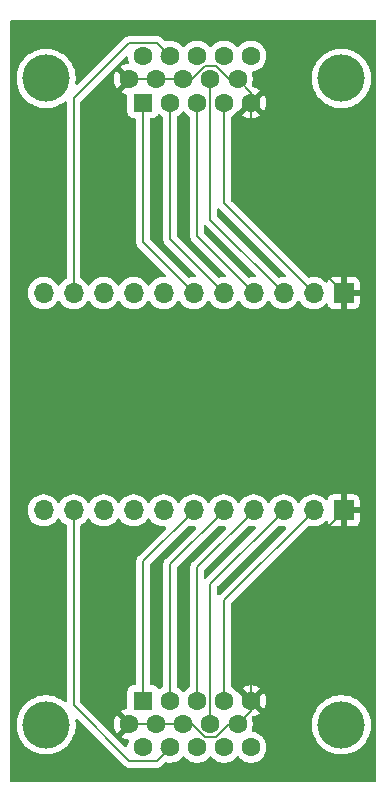
<source format=gbr>
%TF.GenerationSoftware,KiCad,Pcbnew,9.0.1*%
%TF.CreationDate,2025-07-26T11:45:23+03:00*%
%TF.ProjectId,VGA_Debug_Board,5647415f-4465-4627-9567-5f426f617264,rev?*%
%TF.SameCoordinates,Original*%
%TF.FileFunction,Copper,L1,Top*%
%TF.FilePolarity,Positive*%
%FSLAX46Y46*%
G04 Gerber Fmt 4.6, Leading zero omitted, Abs format (unit mm)*
G04 Created by KiCad (PCBNEW 9.0.1) date 2025-07-26 11:45:23*
%MOMM*%
%LPD*%
G01*
G04 APERTURE LIST*
%TA.AperFunction,ComponentPad*%
%ADD10R,1.700000X1.700000*%
%TD*%
%TA.AperFunction,ComponentPad*%
%ADD11O,1.700000X1.700000*%
%TD*%
%TA.AperFunction,ComponentPad*%
%ADD12C,4.000000*%
%TD*%
%TA.AperFunction,ComponentPad*%
%ADD13R,1.600000X1.600000*%
%TD*%
%TA.AperFunction,ComponentPad*%
%ADD14C,1.600000*%
%TD*%
%TA.AperFunction,Conductor*%
%ADD15C,0.150000*%
%TD*%
G04 APERTURE END LIST*
D10*
%TO.P,J2,1,Pin_1*%
%TO.N,GND*%
X163240000Y-82093113D03*
D11*
%TO.P,J2,2,Pin_2*%
%TO.N,Net-(J2-Pin_2)*%
X160700000Y-82093113D03*
%TO.P,J2,3,Pin_3*%
%TO.N,Net-(J2-Pin_3)*%
X158160000Y-82093113D03*
%TO.P,J2,4,Pin_4*%
%TO.N,Net-(J2-Pin_4)*%
X155620000Y-82093113D03*
%TO.P,J2,5,Pin_5*%
%TO.N,Net-(J2-Pin_5)*%
X153080000Y-82093113D03*
%TO.P,J2,6,Pin_6*%
%TO.N,Net-(J2-Pin_6)*%
X150540000Y-82093113D03*
%TO.P,J2,7,Pin_7*%
%TO.N,Net-(J2-Pin_7)*%
X148000000Y-82093113D03*
%TO.P,J2,8,Pin_8*%
%TO.N,Net-(J2-Pin_8)*%
X145460000Y-82093113D03*
%TO.P,J2,9,Pin_9*%
%TO.N,Net-(J2-Pin_9)*%
X142920000Y-82093113D03*
%TO.P,J2,10,Pin_10*%
%TO.N,Net-(J2-Pin_10)*%
X140380000Y-82093113D03*
%TO.P,J2,11,Pin_11*%
%TO.N,Net-(J2-Pin_11)*%
X137840000Y-82093113D03*
%TD*%
D12*
%TO.P,J1,0*%
%TO.N,N/C*%
X163055000Y-63930000D03*
X138055000Y-63930000D03*
D13*
%TO.P,J1,1*%
%TO.N,Net-(J2-Pin_6)*%
X146240000Y-65980000D03*
D14*
%TO.P,J1,2*%
%TO.N,Net-(J2-Pin_5)*%
X148530000Y-65980000D03*
%TO.P,J1,3*%
%TO.N,Net-(J2-Pin_4)*%
X150820000Y-65980000D03*
%TO.P,J1,4*%
%TO.N,Net-(J2-Pin_2)*%
X153110000Y-65980000D03*
%TO.P,J1,5*%
%TO.N,GND*%
X155400000Y-65980000D03*
%TO.P,J1,6*%
X145095000Y-64000000D03*
%TO.P,J1,7*%
X147385000Y-64000000D03*
%TO.P,J1,8*%
X149675000Y-64000000D03*
%TO.P,J1,9*%
%TO.N,Net-(J2-Pin_3)*%
X151965000Y-64000000D03*
%TO.P,J1,10*%
%TO.N,GND*%
X154255000Y-64000000D03*
%TO.P,J1,11*%
%TO.N,Net-(J2-Pin_11)*%
X146240000Y-62020000D03*
%TO.P,J1,12*%
%TO.N,Net-(J2-Pin_10)*%
X148530000Y-62020000D03*
%TO.P,J1,13*%
%TO.N,Net-(J2-Pin_9)*%
X150820000Y-62020000D03*
%TO.P,J1,14*%
%TO.N,Net-(J2-Pin_8)*%
X153110000Y-62020000D03*
%TO.P,J1,15*%
%TO.N,Net-(J2-Pin_7)*%
X155400000Y-62020000D03*
%TD*%
D10*
%TO.P,J3,1,Pin_1*%
%TO.N,GND*%
X163240000Y-100500000D03*
D11*
%TO.P,J3,2,Pin_2*%
%TO.N,Net-(J3-Pin_2)*%
X160700000Y-100500000D03*
%TO.P,J3,3,Pin_3*%
%TO.N,Net-(J3-Pin_3)*%
X158160000Y-100500000D03*
%TO.P,J3,4,Pin_4*%
%TO.N,Net-(J3-Pin_4)*%
X155620000Y-100500000D03*
%TO.P,J3,5,Pin_5*%
%TO.N,Net-(J3-Pin_5)*%
X153080000Y-100500000D03*
%TO.P,J3,6,Pin_6*%
%TO.N,Net-(J3-Pin_6)*%
X150540000Y-100500000D03*
%TO.P,J3,7,Pin_7*%
%TO.N,Net-(J3-Pin_7)*%
X148000000Y-100500000D03*
%TO.P,J3,8,Pin_8*%
%TO.N,Net-(J3-Pin_8)*%
X145460000Y-100500000D03*
%TO.P,J3,9,Pin_9*%
%TO.N,Net-(J3-Pin_9)*%
X142920000Y-100500000D03*
%TO.P,J3,10,Pin_10*%
%TO.N,Net-(J3-Pin_10)*%
X140380000Y-100500000D03*
%TO.P,J3,11,Pin_11*%
%TO.N,Net-(J3-Pin_11)*%
X137840000Y-100500000D03*
%TD*%
D12*
%TO.P,J4,0*%
%TO.N,N/C*%
X138055000Y-118663113D03*
X163055000Y-118663113D03*
D13*
%TO.P,J4,1*%
%TO.N,Net-(J3-Pin_6)*%
X146240000Y-116613113D03*
D14*
%TO.P,J4,2*%
%TO.N,Net-(J3-Pin_5)*%
X148530000Y-116613113D03*
%TO.P,J4,3*%
%TO.N,Net-(J3-Pin_4)*%
X150820000Y-116613113D03*
%TO.P,J4,4*%
%TO.N,Net-(J3-Pin_2)*%
X153110000Y-116613113D03*
%TO.P,J4,5*%
%TO.N,GND*%
X155400000Y-116613113D03*
%TO.P,J4,6*%
X145095000Y-118593113D03*
%TO.P,J4,7*%
X147385000Y-118593113D03*
%TO.P,J4,8*%
X149675000Y-118593113D03*
%TO.P,J4,9*%
%TO.N,Net-(J3-Pin_3)*%
X151965000Y-118593113D03*
%TO.P,J4,10*%
%TO.N,GND*%
X154255000Y-118593113D03*
%TO.P,J4,11*%
%TO.N,Net-(J3-Pin_11)*%
X146240000Y-120573113D03*
%TO.P,J4,12*%
%TO.N,Net-(J3-Pin_10)*%
X148530000Y-120573113D03*
%TO.P,J4,13*%
%TO.N,Net-(J3-Pin_9)*%
X150820000Y-120573113D03*
%TO.P,J4,14*%
%TO.N,Net-(J3-Pin_8)*%
X153110000Y-120573113D03*
%TO.P,J4,15*%
%TO.N,Net-(J3-Pin_7)*%
X155400000Y-120573113D03*
%TD*%
D15*
%TO.N,Net-(J2-Pin_3)*%
X151965000Y-75898113D02*
X158160000Y-82093113D01*
X151965000Y-64000000D02*
X151965000Y-75898113D01*
%TO.N,GND*%
X152421050Y-62899000D02*
X153522050Y-64000000D01*
X155400000Y-117475000D02*
X155400000Y-116640000D01*
X151508950Y-62899000D02*
X152421050Y-62899000D01*
X155400000Y-108366887D02*
X163240000Y-100526887D01*
X154255000Y-64000000D02*
X155400000Y-65145000D01*
X149675000Y-64000000D02*
X150407950Y-64000000D01*
X147385000Y-118593113D02*
X145095000Y-118593113D01*
X147385000Y-64000000D02*
X149675000Y-64000000D01*
X155400000Y-116640000D02*
X155400000Y-108366887D01*
X150407950Y-118620000D02*
X151508950Y-119721000D01*
X151508950Y-119721000D02*
X152421050Y-119721000D01*
X147385000Y-64000000D02*
X145095000Y-64000000D01*
X155400000Y-65145000D02*
X155400000Y-65980000D01*
X155400000Y-65980000D02*
X155400000Y-74253113D01*
X155400000Y-74253113D02*
X163240000Y-82093113D01*
X149675000Y-118620000D02*
X150407950Y-118620000D01*
X150407950Y-64000000D02*
X151508950Y-62899000D01*
X153522050Y-64000000D02*
X154255000Y-64000000D01*
X154255000Y-118620000D02*
X155400000Y-117475000D01*
X147385000Y-118620000D02*
X149675000Y-118620000D01*
X153522050Y-118620000D02*
X154255000Y-118620000D01*
X152421050Y-119721000D02*
X153522050Y-118620000D01*
%TO.N,Net-(J2-Pin_10)*%
X140380000Y-65620000D02*
X140380000Y-67000000D01*
X148530000Y-62020000D02*
X147797050Y-62020000D01*
X140380000Y-67000000D02*
X140380000Y-82093113D01*
X140380000Y-66620000D02*
X140380000Y-67000000D01*
X145081000Y-60919000D02*
X140380000Y-65620000D01*
X147429000Y-60919000D02*
X145081000Y-60919000D01*
X148530000Y-62020000D02*
X147429000Y-60919000D01*
%TO.N,Net-(J2-Pin_6)*%
X146240000Y-65980000D02*
X146240000Y-77793113D01*
X146240000Y-77793113D02*
X150540000Y-82093113D01*
%TO.N,Net-(J2-Pin_5)*%
X148530000Y-65980000D02*
X148530000Y-77543113D01*
X148530000Y-77543113D02*
X153080000Y-82093113D01*
%TO.N,Net-(J2-Pin_2)*%
X153110000Y-74503113D02*
X160700000Y-82093113D01*
X153110000Y-65980000D02*
X153110000Y-74503113D01*
%TO.N,Net-(J2-Pin_4)*%
X150820000Y-65980000D02*
X150820000Y-77293113D01*
X150820000Y-77293113D02*
X155620000Y-82093113D01*
%TO.N,Net-(J3-Pin_10)*%
X140380000Y-115620000D02*
X140380000Y-100526887D01*
X140380000Y-116000000D02*
X140380000Y-115620000D01*
X148530000Y-120600000D02*
X147797050Y-120600000D01*
X147429000Y-121701000D02*
X145081000Y-121701000D01*
X140380000Y-117000000D02*
X140380000Y-115620000D01*
X148530000Y-120600000D02*
X147429000Y-121701000D01*
X145081000Y-121701000D02*
X140380000Y-117000000D01*
%TO.N,Net-(J3-Pin_5)*%
X148530000Y-105076887D02*
X153080000Y-100526887D01*
X148530000Y-116640000D02*
X148530000Y-105076887D01*
%TO.N,Net-(J3-Pin_3)*%
X151965000Y-118620000D02*
X151965000Y-106721887D01*
X151965000Y-106721887D02*
X158160000Y-100526887D01*
%TO.N,Net-(J3-Pin_6)*%
X146240000Y-104826887D02*
X150540000Y-100526887D01*
X146240000Y-116640000D02*
X146240000Y-104826887D01*
%TO.N,Net-(J3-Pin_2)*%
X153110000Y-116640000D02*
X153110000Y-108116887D01*
X153110000Y-108116887D02*
X160700000Y-100526887D01*
%TO.N,Net-(J3-Pin_4)*%
X150820000Y-116640000D02*
X150820000Y-105326887D01*
X150820000Y-105326887D02*
X155620000Y-100526887D01*
%TD*%
%TA.AperFunction,Conductor*%
%TO.N,GND*%
G36*
X146801444Y-101153999D02*
G01*
X146840486Y-101199056D01*
X146844951Y-101207820D01*
X146969890Y-101379786D01*
X147120213Y-101530109D01*
X147292179Y-101655048D01*
X147292181Y-101655049D01*
X147292184Y-101655051D01*
X147481588Y-101751557D01*
X147683757Y-101817246D01*
X147893713Y-101850500D01*
X147893714Y-101850500D01*
X148103144Y-101850500D01*
X148170183Y-101870185D01*
X148215938Y-101922989D01*
X148225882Y-101992147D01*
X148196857Y-102055703D01*
X148190825Y-102062181D01*
X145886635Y-104366372D01*
X145779487Y-104473519D01*
X145779485Y-104473522D01*
X145703719Y-104604750D01*
X145664500Y-104751121D01*
X145664500Y-115188613D01*
X145644815Y-115255652D01*
X145592011Y-115301407D01*
X145540501Y-115312613D01*
X145392130Y-115312613D01*
X145392123Y-115312614D01*
X145332516Y-115319021D01*
X145197671Y-115369315D01*
X145197664Y-115369319D01*
X145082455Y-115455565D01*
X145082452Y-115455568D01*
X144996206Y-115570777D01*
X144996202Y-115570784D01*
X144945908Y-115705630D01*
X144939501Y-115765229D01*
X144939500Y-115765248D01*
X144939500Y-117195630D01*
X144919815Y-117262669D01*
X144867011Y-117308424D01*
X144834900Y-117318103D01*
X144790584Y-117325122D01*
X144595970Y-117388357D01*
X144413644Y-117481256D01*
X144369077Y-117513636D01*
X144369077Y-117513637D01*
X144965590Y-118110150D01*
X144902007Y-118127188D01*
X144787993Y-118193014D01*
X144694901Y-118286106D01*
X144629075Y-118400120D01*
X144612037Y-118463703D01*
X144015524Y-117867190D01*
X144015523Y-117867190D01*
X143983143Y-117911757D01*
X143890244Y-118094081D01*
X143827009Y-118288695D01*
X143795000Y-118490795D01*
X143795000Y-118695430D01*
X143827009Y-118897530D01*
X143890244Y-119092144D01*
X143983141Y-119274463D01*
X143983147Y-119274472D01*
X144015523Y-119319034D01*
X144015524Y-119319035D01*
X144612037Y-118722522D01*
X144629075Y-118786106D01*
X144694901Y-118900120D01*
X144787993Y-118993212D01*
X144902007Y-119059038D01*
X144965589Y-119076075D01*
X144369076Y-119672587D01*
X144413650Y-119704972D01*
X144595968Y-119797868D01*
X144790582Y-119861103D01*
X144948300Y-119886083D01*
X145011435Y-119916012D01*
X145048366Y-119975324D01*
X145047368Y-120045186D01*
X145039388Y-120064848D01*
X145034783Y-120073886D01*
X144971522Y-120268578D01*
X144939989Y-120467672D01*
X144910060Y-120530807D01*
X144850748Y-120567738D01*
X144780885Y-120566740D01*
X144729835Y-120535955D01*
X140991819Y-116797939D01*
X140958334Y-116736616D01*
X140955500Y-116710258D01*
X140955500Y-101798456D01*
X140975185Y-101731417D01*
X141023205Y-101687971D01*
X141087816Y-101655051D01*
X141174478Y-101592088D01*
X141259786Y-101530109D01*
X141259788Y-101530106D01*
X141259792Y-101530104D01*
X141410104Y-101379792D01*
X141410106Y-101379788D01*
X141410109Y-101379786D01*
X141535048Y-101207820D01*
X141535047Y-101207820D01*
X141535051Y-101207816D01*
X141539514Y-101199054D01*
X141587488Y-101148259D01*
X141655308Y-101131463D01*
X141721444Y-101153999D01*
X141760486Y-101199056D01*
X141764951Y-101207820D01*
X141889890Y-101379786D01*
X142040213Y-101530109D01*
X142212179Y-101655048D01*
X142212181Y-101655049D01*
X142212184Y-101655051D01*
X142401588Y-101751557D01*
X142603757Y-101817246D01*
X142813713Y-101850500D01*
X142813714Y-101850500D01*
X143026286Y-101850500D01*
X143026287Y-101850500D01*
X143236243Y-101817246D01*
X143438412Y-101751557D01*
X143627816Y-101655051D01*
X143714478Y-101592088D01*
X143799786Y-101530109D01*
X143799788Y-101530106D01*
X143799792Y-101530104D01*
X143950104Y-101379792D01*
X143950106Y-101379788D01*
X143950109Y-101379786D01*
X144075048Y-101207820D01*
X144075047Y-101207820D01*
X144075051Y-101207816D01*
X144079514Y-101199054D01*
X144127488Y-101148259D01*
X144195308Y-101131463D01*
X144261444Y-101153999D01*
X144300486Y-101199056D01*
X144304951Y-101207820D01*
X144429890Y-101379786D01*
X144580213Y-101530109D01*
X144752179Y-101655048D01*
X144752181Y-101655049D01*
X144752184Y-101655051D01*
X144941588Y-101751557D01*
X145143757Y-101817246D01*
X145353713Y-101850500D01*
X145353714Y-101850500D01*
X145566286Y-101850500D01*
X145566287Y-101850500D01*
X145776243Y-101817246D01*
X145978412Y-101751557D01*
X146167816Y-101655051D01*
X146254478Y-101592088D01*
X146339786Y-101530109D01*
X146339788Y-101530106D01*
X146339792Y-101530104D01*
X146490104Y-101379792D01*
X146490106Y-101379788D01*
X146490109Y-101379786D01*
X146615048Y-101207820D01*
X146615047Y-101207820D01*
X146615051Y-101207816D01*
X146619514Y-101199054D01*
X146667488Y-101148259D01*
X146735308Y-101131463D01*
X146801444Y-101153999D01*
G37*
%TD.AperFunction*%
%TA.AperFunction,Conductor*%
G36*
X144864526Y-62051866D02*
G01*
X144920459Y-62093738D01*
X144943665Y-62148650D01*
X144971522Y-62324534D01*
X145034781Y-62519223D01*
X145039387Y-62528261D01*
X145052283Y-62596930D01*
X145026007Y-62661671D01*
X144968900Y-62701928D01*
X144948301Y-62707029D01*
X144790581Y-62732010D01*
X144595968Y-62795244D01*
X144413644Y-62888143D01*
X144369077Y-62920523D01*
X144369077Y-62920524D01*
X144965590Y-63517037D01*
X144902007Y-63534075D01*
X144787993Y-63599901D01*
X144694901Y-63692993D01*
X144629075Y-63807007D01*
X144612037Y-63870590D01*
X144015524Y-63274077D01*
X144015523Y-63274077D01*
X143983143Y-63318644D01*
X143890244Y-63500968D01*
X143827009Y-63695582D01*
X143795000Y-63897682D01*
X143795000Y-64102317D01*
X143827009Y-64304417D01*
X143890244Y-64499031D01*
X143983141Y-64681350D01*
X143983147Y-64681359D01*
X144015523Y-64725921D01*
X144015524Y-64725922D01*
X144612037Y-64129409D01*
X144629075Y-64192993D01*
X144694901Y-64307007D01*
X144787993Y-64400099D01*
X144902007Y-64465925D01*
X144965589Y-64482962D01*
X144369076Y-65079474D01*
X144413650Y-65111859D01*
X144595968Y-65204755D01*
X144790576Y-65267988D01*
X144834896Y-65275007D01*
X144898031Y-65304936D01*
X144934963Y-65364247D01*
X144939500Y-65397481D01*
X144939500Y-66827870D01*
X144939501Y-66827876D01*
X144945908Y-66887483D01*
X144996202Y-67022328D01*
X144996206Y-67022335D01*
X145082452Y-67137544D01*
X145082455Y-67137547D01*
X145197664Y-67223793D01*
X145197671Y-67223797D01*
X145242618Y-67240561D01*
X145332517Y-67274091D01*
X145392127Y-67280500D01*
X145540500Y-67280499D01*
X145607539Y-67300183D01*
X145653294Y-67352987D01*
X145664500Y-67404499D01*
X145664500Y-77868878D01*
X145703719Y-78015249D01*
X145741602Y-78080863D01*
X145779485Y-78146478D01*
X145779487Y-78146480D01*
X148163939Y-80530932D01*
X148197424Y-80592255D01*
X148192440Y-80661947D01*
X148150568Y-80717880D01*
X148085104Y-80742297D01*
X148076258Y-80742613D01*
X147893713Y-80742613D01*
X147845042Y-80750321D01*
X147683760Y-80775866D01*
X147481585Y-80841557D01*
X147292179Y-80938064D01*
X147120213Y-81063003D01*
X146969890Y-81213326D01*
X146844949Y-81385295D01*
X146840484Y-81394059D01*
X146792509Y-81444855D01*
X146724688Y-81461649D01*
X146658553Y-81439111D01*
X146619516Y-81394059D01*
X146615050Y-81385295D01*
X146490109Y-81213326D01*
X146339786Y-81063003D01*
X146167820Y-80938064D01*
X145978414Y-80841557D01*
X145978413Y-80841556D01*
X145978412Y-80841556D01*
X145776243Y-80775867D01*
X145776241Y-80775866D01*
X145776240Y-80775866D01*
X145614957Y-80750321D01*
X145566287Y-80742613D01*
X145353713Y-80742613D01*
X145305042Y-80750321D01*
X145143760Y-80775866D01*
X144941585Y-80841557D01*
X144752179Y-80938064D01*
X144580213Y-81063003D01*
X144429890Y-81213326D01*
X144304949Y-81385295D01*
X144300484Y-81394059D01*
X144252509Y-81444855D01*
X144184688Y-81461649D01*
X144118553Y-81439111D01*
X144079516Y-81394059D01*
X144075050Y-81385295D01*
X143950109Y-81213326D01*
X143799786Y-81063003D01*
X143627820Y-80938064D01*
X143438414Y-80841557D01*
X143438413Y-80841556D01*
X143438412Y-80841556D01*
X143236243Y-80775867D01*
X143236241Y-80775866D01*
X143236240Y-80775866D01*
X143074957Y-80750321D01*
X143026287Y-80742613D01*
X142813713Y-80742613D01*
X142765042Y-80750321D01*
X142603760Y-80775866D01*
X142401585Y-80841557D01*
X142212179Y-80938064D01*
X142040213Y-81063003D01*
X141889890Y-81213326D01*
X141764949Y-81385295D01*
X141760484Y-81394059D01*
X141712509Y-81444855D01*
X141644688Y-81461649D01*
X141578553Y-81439111D01*
X141539516Y-81394059D01*
X141535050Y-81385295D01*
X141410109Y-81213326D01*
X141259786Y-81063003D01*
X141087817Y-80938062D01*
X141023204Y-80905139D01*
X140972408Y-80857164D01*
X140955500Y-80794655D01*
X140955500Y-65909741D01*
X140975185Y-65842702D01*
X140991814Y-65822065D01*
X144733513Y-62080365D01*
X144794834Y-62046882D01*
X144864526Y-62051866D01*
G37*
%TD.AperFunction*%
%TA.AperFunction,Conductor*%
G36*
X165942539Y-59020185D02*
G01*
X165988294Y-59072989D01*
X165999500Y-59124500D01*
X165999500Y-123375500D01*
X165979815Y-123442539D01*
X165927011Y-123488294D01*
X165875500Y-123499500D01*
X135124500Y-123499500D01*
X135057461Y-123479815D01*
X135011706Y-123427011D01*
X135000500Y-123375500D01*
X135000500Y-118522681D01*
X135554500Y-118522681D01*
X135554500Y-118803544D01*
X135585942Y-119082607D01*
X135585945Y-119082625D01*
X135648439Y-119356430D01*
X135648443Y-119356442D01*
X135741200Y-119621524D01*
X135863053Y-119874555D01*
X135863055Y-119874558D01*
X136012477Y-120112361D01*
X136187584Y-120331938D01*
X136386175Y-120530529D01*
X136605752Y-120705636D01*
X136843555Y-120855058D01*
X137096592Y-120976914D01*
X137295680Y-121046578D01*
X137361670Y-121069669D01*
X137361682Y-121069673D01*
X137635491Y-121132168D01*
X137635497Y-121132168D01*
X137635505Y-121132170D01*
X137821547Y-121153131D01*
X137914569Y-121163612D01*
X137914572Y-121163613D01*
X137914575Y-121163613D01*
X138195428Y-121163613D01*
X138195429Y-121163612D01*
X138338055Y-121147542D01*
X138474494Y-121132170D01*
X138474499Y-121132169D01*
X138474509Y-121132168D01*
X138748318Y-121069673D01*
X139013408Y-120976914D01*
X139266445Y-120855058D01*
X139504248Y-120705636D01*
X139723825Y-120530529D01*
X139922416Y-120331938D01*
X140097523Y-120112361D01*
X140246945Y-119874558D01*
X140368801Y-119621521D01*
X140461560Y-119356431D01*
X140524055Y-119082622D01*
X140526713Y-119059038D01*
X140544618Y-118900120D01*
X140555500Y-118803538D01*
X140555500Y-118522688D01*
X140529136Y-118288695D01*
X140527458Y-118273804D01*
X140539512Y-118204982D01*
X140586862Y-118153602D01*
X140654472Y-118135978D01*
X140720878Y-118157705D01*
X140738359Y-118172239D01*
X144727635Y-122161515D01*
X144858865Y-122237281D01*
X145005234Y-122276500D01*
X145005236Y-122276500D01*
X147504764Y-122276500D01*
X147504766Y-122276500D01*
X147651135Y-122237281D01*
X147782365Y-122161515D01*
X148078768Y-121865110D01*
X148140088Y-121831628D01*
X148204762Y-121834862D01*
X148225466Y-121841590D01*
X148427648Y-121873613D01*
X148427649Y-121873613D01*
X148632351Y-121873613D01*
X148632352Y-121873613D01*
X148834534Y-121841590D01*
X149029219Y-121778333D01*
X149211610Y-121685400D01*
X149304590Y-121617845D01*
X149377213Y-121565084D01*
X149377215Y-121565081D01*
X149377219Y-121565079D01*
X149521966Y-121420332D01*
X149574681Y-121347774D01*
X149630011Y-121305109D01*
X149699624Y-121299130D01*
X149761420Y-121331735D01*
X149775319Y-121347775D01*
X149828034Y-121420332D01*
X149972786Y-121565084D01*
X150127749Y-121677669D01*
X150138390Y-121685400D01*
X150254607Y-121744616D01*
X150320776Y-121778331D01*
X150320778Y-121778331D01*
X150320781Y-121778333D01*
X150422495Y-121811382D01*
X150515465Y-121841590D01*
X150616557Y-121857601D01*
X150717648Y-121873613D01*
X150717649Y-121873613D01*
X150922351Y-121873613D01*
X150922352Y-121873613D01*
X151124534Y-121841590D01*
X151319219Y-121778333D01*
X151501610Y-121685400D01*
X151594590Y-121617845D01*
X151667213Y-121565084D01*
X151667215Y-121565081D01*
X151667219Y-121565079D01*
X151811966Y-121420332D01*
X151864681Y-121347774D01*
X151920011Y-121305109D01*
X151989624Y-121299130D01*
X152051420Y-121331735D01*
X152065319Y-121347775D01*
X152118034Y-121420332D01*
X152262786Y-121565084D01*
X152417749Y-121677669D01*
X152428390Y-121685400D01*
X152544607Y-121744616D01*
X152610776Y-121778331D01*
X152610778Y-121778331D01*
X152610781Y-121778333D01*
X152712495Y-121811382D01*
X152805465Y-121841590D01*
X152906557Y-121857601D01*
X153007648Y-121873613D01*
X153007649Y-121873613D01*
X153212351Y-121873613D01*
X153212352Y-121873613D01*
X153414534Y-121841590D01*
X153609219Y-121778333D01*
X153791610Y-121685400D01*
X153884590Y-121617845D01*
X153957213Y-121565084D01*
X153957215Y-121565081D01*
X153957219Y-121565079D01*
X154101966Y-121420332D01*
X154154681Y-121347774D01*
X154210011Y-121305109D01*
X154279624Y-121299130D01*
X154341420Y-121331735D01*
X154355319Y-121347775D01*
X154408034Y-121420332D01*
X154552786Y-121565084D01*
X154707749Y-121677669D01*
X154718390Y-121685400D01*
X154834607Y-121744616D01*
X154900776Y-121778331D01*
X154900778Y-121778331D01*
X154900781Y-121778333D01*
X155002495Y-121811382D01*
X155095465Y-121841590D01*
X155196557Y-121857601D01*
X155297648Y-121873613D01*
X155297649Y-121873613D01*
X155502351Y-121873613D01*
X155502352Y-121873613D01*
X155704534Y-121841590D01*
X155899219Y-121778333D01*
X156081610Y-121685400D01*
X156174590Y-121617845D01*
X156247213Y-121565084D01*
X156247215Y-121565081D01*
X156247219Y-121565079D01*
X156391966Y-121420332D01*
X156391968Y-121420328D01*
X156391971Y-121420326D01*
X156456335Y-121331735D01*
X156512287Y-121254723D01*
X156605220Y-121072332D01*
X156668477Y-120877647D01*
X156700500Y-120675465D01*
X156700500Y-120470761D01*
X156668477Y-120268579D01*
X156605220Y-120073894D01*
X156605218Y-120073891D01*
X156605218Y-120073889D01*
X156554996Y-119975324D01*
X156512287Y-119891503D01*
X156444258Y-119797868D01*
X156391971Y-119725899D01*
X156247213Y-119581141D01*
X156081613Y-119460828D01*
X156081612Y-119460827D01*
X156081610Y-119460826D01*
X156024653Y-119431804D01*
X155899223Y-119367894D01*
X155704535Y-119304636D01*
X155546418Y-119279592D01*
X155483284Y-119249662D01*
X155446353Y-119190351D01*
X155447351Y-119120488D01*
X155455334Y-119100821D01*
X155459754Y-119092145D01*
X155522990Y-118897530D01*
X155555000Y-118695430D01*
X155555000Y-118522681D01*
X160554500Y-118522681D01*
X160554500Y-118803544D01*
X160585942Y-119082607D01*
X160585945Y-119082625D01*
X160648439Y-119356430D01*
X160648443Y-119356442D01*
X160741200Y-119621524D01*
X160863053Y-119874555D01*
X160863055Y-119874558D01*
X161012477Y-120112361D01*
X161187584Y-120331938D01*
X161386175Y-120530529D01*
X161605752Y-120705636D01*
X161843555Y-120855058D01*
X162096592Y-120976914D01*
X162295680Y-121046578D01*
X162361670Y-121069669D01*
X162361682Y-121069673D01*
X162635491Y-121132168D01*
X162635497Y-121132168D01*
X162635505Y-121132170D01*
X162821547Y-121153131D01*
X162914569Y-121163612D01*
X162914572Y-121163613D01*
X162914575Y-121163613D01*
X163195428Y-121163613D01*
X163195429Y-121163612D01*
X163338055Y-121147542D01*
X163474494Y-121132170D01*
X163474499Y-121132169D01*
X163474509Y-121132168D01*
X163748318Y-121069673D01*
X164013408Y-120976914D01*
X164266445Y-120855058D01*
X164504248Y-120705636D01*
X164723825Y-120530529D01*
X164922416Y-120331938D01*
X165097523Y-120112361D01*
X165246945Y-119874558D01*
X165368801Y-119621521D01*
X165461560Y-119356431D01*
X165524055Y-119082622D01*
X165526713Y-119059038D01*
X165544618Y-118900120D01*
X165555500Y-118803538D01*
X165555500Y-118522688D01*
X165555499Y-118522683D01*
X165555499Y-118522681D01*
X165551906Y-118490795D01*
X165529136Y-118288695D01*
X165524057Y-118243618D01*
X165524054Y-118243600D01*
X165461560Y-117969795D01*
X165461556Y-117969783D01*
X165376042Y-117725400D01*
X165368801Y-117704705D01*
X165246945Y-117451668D01*
X165097523Y-117213865D01*
X164922416Y-116994288D01*
X164723825Y-116795697D01*
X164504248Y-116620590D01*
X164266445Y-116471168D01*
X164266442Y-116471166D01*
X164013411Y-116349313D01*
X163748329Y-116256556D01*
X163748317Y-116256552D01*
X163474512Y-116194058D01*
X163474494Y-116194055D01*
X163195431Y-116162613D01*
X163195425Y-116162613D01*
X162914575Y-116162613D01*
X162914568Y-116162613D01*
X162635505Y-116194055D01*
X162635487Y-116194058D01*
X162361682Y-116256552D01*
X162361670Y-116256556D01*
X162096588Y-116349313D01*
X161843557Y-116471166D01*
X161605753Y-116620589D01*
X161386175Y-116795696D01*
X161187583Y-116994288D01*
X161012476Y-117213866D01*
X160863053Y-117451670D01*
X160741200Y-117704701D01*
X160648443Y-117969783D01*
X160648439Y-117969795D01*
X160585945Y-118243600D01*
X160585942Y-118243618D01*
X160554500Y-118522681D01*
X155555000Y-118522681D01*
X155555000Y-118490795D01*
X155522990Y-118288695D01*
X155459754Y-118094080D01*
X155455095Y-118084936D01*
X155442197Y-118016267D01*
X155468471Y-117951526D01*
X155525577Y-117911267D01*
X155546180Y-117906165D01*
X155704417Y-117881102D01*
X155899031Y-117817868D01*
X156081349Y-117724972D01*
X156125921Y-117692587D01*
X155529408Y-117096075D01*
X155592993Y-117079038D01*
X155707007Y-117013212D01*
X155800099Y-116920120D01*
X155865925Y-116806106D01*
X155882962Y-116742522D01*
X156479474Y-117339034D01*
X156511859Y-117294462D01*
X156604755Y-117112144D01*
X156667990Y-116917530D01*
X156700000Y-116715430D01*
X156700000Y-116510795D01*
X156667990Y-116308695D01*
X156604755Y-116114081D01*
X156511859Y-115931763D01*
X156479474Y-115887190D01*
X156479474Y-115887189D01*
X155882962Y-116483702D01*
X155865925Y-116420120D01*
X155800099Y-116306106D01*
X155707007Y-116213014D01*
X155592993Y-116147188D01*
X155529408Y-116130150D01*
X156125922Y-115533637D01*
X156125921Y-115533636D01*
X156081359Y-115501260D01*
X156081350Y-115501254D01*
X155899031Y-115408357D01*
X155704417Y-115345122D01*
X155502317Y-115313113D01*
X155297683Y-115313113D01*
X155095582Y-115345122D01*
X154900968Y-115408357D01*
X154718644Y-115501256D01*
X154674077Y-115533636D01*
X154674077Y-115533637D01*
X155270591Y-116130150D01*
X155207007Y-116147188D01*
X155092993Y-116213014D01*
X154999901Y-116306106D01*
X154934075Y-116420120D01*
X154917037Y-116483704D01*
X154320524Y-115887190D01*
X154266377Y-115891452D01*
X154261903Y-115890512D01*
X154257527Y-115891831D01*
X154228029Y-115883396D01*
X154198000Y-115877088D01*
X154193516Y-115873527D01*
X154190350Y-115872622D01*
X154179140Y-115862110D01*
X154163513Y-115849699D01*
X154159710Y-115845372D01*
X154101966Y-115765894D01*
X153957219Y-115621147D01*
X153957218Y-115621146D01*
X153957213Y-115621141D01*
X153791613Y-115500827D01*
X153753203Y-115481256D01*
X153702408Y-115433281D01*
X153685500Y-115370772D01*
X153685500Y-108406628D01*
X153705185Y-108339589D01*
X153721814Y-108318952D01*
X160209086Y-101831679D01*
X160270407Y-101798196D01*
X160335083Y-101801430D01*
X160355210Y-101807970D01*
X160383756Y-101817246D01*
X160428843Y-101824387D01*
X160593713Y-101850500D01*
X160593714Y-101850500D01*
X160806286Y-101850500D01*
X160806287Y-101850500D01*
X161016243Y-101817246D01*
X161218412Y-101751557D01*
X161407816Y-101655051D01*
X161494478Y-101592088D01*
X161579784Y-101530110D01*
X161579784Y-101530109D01*
X161579792Y-101530104D01*
X161693717Y-101416178D01*
X161755036Y-101382696D01*
X161824728Y-101387680D01*
X161880662Y-101429551D01*
X161897577Y-101460528D01*
X161946646Y-101592088D01*
X161946649Y-101592093D01*
X162032809Y-101707187D01*
X162032812Y-101707190D01*
X162147906Y-101793350D01*
X162147913Y-101793354D01*
X162282620Y-101843596D01*
X162282627Y-101843598D01*
X162342155Y-101849999D01*
X162342172Y-101850000D01*
X162990000Y-101850000D01*
X162990000Y-100933012D01*
X163047007Y-100965925D01*
X163174174Y-101000000D01*
X163305826Y-101000000D01*
X163432993Y-100965925D01*
X163490000Y-100933012D01*
X163490000Y-101850000D01*
X164137828Y-101850000D01*
X164137844Y-101849999D01*
X164197372Y-101843598D01*
X164197379Y-101843596D01*
X164332086Y-101793354D01*
X164332093Y-101793350D01*
X164447187Y-101707190D01*
X164447190Y-101707187D01*
X164533350Y-101592093D01*
X164533354Y-101592086D01*
X164583596Y-101457379D01*
X164583598Y-101457372D01*
X164589999Y-101397844D01*
X164590000Y-101397827D01*
X164590000Y-100750000D01*
X163673012Y-100750000D01*
X163705925Y-100692993D01*
X163740000Y-100565826D01*
X163740000Y-100434174D01*
X163705925Y-100307007D01*
X163673012Y-100250000D01*
X164590000Y-100250000D01*
X164590000Y-99602172D01*
X164589999Y-99602155D01*
X164583598Y-99542627D01*
X164583596Y-99542620D01*
X164533354Y-99407913D01*
X164533350Y-99407906D01*
X164447190Y-99292812D01*
X164447187Y-99292809D01*
X164332093Y-99206649D01*
X164332086Y-99206645D01*
X164197379Y-99156403D01*
X164197372Y-99156401D01*
X164137844Y-99150000D01*
X163490000Y-99150000D01*
X163490000Y-100066988D01*
X163432993Y-100034075D01*
X163305826Y-100000000D01*
X163174174Y-100000000D01*
X163047007Y-100034075D01*
X162990000Y-100066988D01*
X162990000Y-99150000D01*
X162342155Y-99150000D01*
X162282627Y-99156401D01*
X162282620Y-99156403D01*
X162147913Y-99206645D01*
X162147906Y-99206649D01*
X162032812Y-99292809D01*
X162032809Y-99292812D01*
X161946649Y-99407906D01*
X161946646Y-99407912D01*
X161897577Y-99539471D01*
X161855705Y-99595404D01*
X161790241Y-99619821D01*
X161721968Y-99604969D01*
X161693714Y-99583818D01*
X161579786Y-99469890D01*
X161407820Y-99344951D01*
X161218414Y-99248444D01*
X161218413Y-99248443D01*
X161218412Y-99248443D01*
X161016243Y-99182754D01*
X161016241Y-99182753D01*
X161016240Y-99182753D01*
X160854957Y-99157208D01*
X160806287Y-99149500D01*
X160593713Y-99149500D01*
X160545042Y-99157208D01*
X160383760Y-99182753D01*
X160181585Y-99248444D01*
X159992179Y-99344951D01*
X159820213Y-99469890D01*
X159669890Y-99620213D01*
X159544949Y-99792182D01*
X159540484Y-99800946D01*
X159492509Y-99851742D01*
X159424688Y-99868536D01*
X159358553Y-99845998D01*
X159319516Y-99800946D01*
X159315050Y-99792182D01*
X159190109Y-99620213D01*
X159039786Y-99469890D01*
X158867820Y-99344951D01*
X158678414Y-99248444D01*
X158678413Y-99248443D01*
X158678412Y-99248443D01*
X158476243Y-99182754D01*
X158476241Y-99182753D01*
X158476240Y-99182753D01*
X158314957Y-99157208D01*
X158266287Y-99149500D01*
X158053713Y-99149500D01*
X158005042Y-99157208D01*
X157843760Y-99182753D01*
X157641585Y-99248444D01*
X157452179Y-99344951D01*
X157280213Y-99469890D01*
X157129890Y-99620213D01*
X157004949Y-99792182D01*
X157000484Y-99800946D01*
X156952509Y-99851742D01*
X156884688Y-99868536D01*
X156818553Y-99845998D01*
X156779516Y-99800946D01*
X156775050Y-99792182D01*
X156650109Y-99620213D01*
X156499786Y-99469890D01*
X156327820Y-99344951D01*
X156138414Y-99248444D01*
X156138413Y-99248443D01*
X156138412Y-99248443D01*
X155936243Y-99182754D01*
X155936241Y-99182753D01*
X155936240Y-99182753D01*
X155774957Y-99157208D01*
X155726287Y-99149500D01*
X155513713Y-99149500D01*
X155465042Y-99157208D01*
X155303760Y-99182753D01*
X155101585Y-99248444D01*
X154912179Y-99344951D01*
X154740213Y-99469890D01*
X154589890Y-99620213D01*
X154464949Y-99792182D01*
X154460484Y-99800946D01*
X154412509Y-99851742D01*
X154344688Y-99868536D01*
X154278553Y-99845998D01*
X154239516Y-99800946D01*
X154235050Y-99792182D01*
X154110109Y-99620213D01*
X153959786Y-99469890D01*
X153787820Y-99344951D01*
X153598414Y-99248444D01*
X153598413Y-99248443D01*
X153598412Y-99248443D01*
X153396243Y-99182754D01*
X153396241Y-99182753D01*
X153396240Y-99182753D01*
X153234957Y-99157208D01*
X153186287Y-99149500D01*
X152973713Y-99149500D01*
X152925042Y-99157208D01*
X152763760Y-99182753D01*
X152561585Y-99248444D01*
X152372179Y-99344951D01*
X152200213Y-99469890D01*
X152049890Y-99620213D01*
X151924949Y-99792182D01*
X151920484Y-99800946D01*
X151872509Y-99851742D01*
X151804688Y-99868536D01*
X151738553Y-99845998D01*
X151699516Y-99800946D01*
X151695050Y-99792182D01*
X151570109Y-99620213D01*
X151419786Y-99469890D01*
X151247820Y-99344951D01*
X151058414Y-99248444D01*
X151058413Y-99248443D01*
X151058412Y-99248443D01*
X150856243Y-99182754D01*
X150856241Y-99182753D01*
X150856240Y-99182753D01*
X150694957Y-99157208D01*
X150646287Y-99149500D01*
X150433713Y-99149500D01*
X150385042Y-99157208D01*
X150223760Y-99182753D01*
X150021585Y-99248444D01*
X149832179Y-99344951D01*
X149660213Y-99469890D01*
X149509890Y-99620213D01*
X149384949Y-99792182D01*
X149380484Y-99800946D01*
X149332509Y-99851742D01*
X149264688Y-99868536D01*
X149198553Y-99845998D01*
X149159516Y-99800946D01*
X149155050Y-99792182D01*
X149030109Y-99620213D01*
X148879786Y-99469890D01*
X148707820Y-99344951D01*
X148518414Y-99248444D01*
X148518413Y-99248443D01*
X148518412Y-99248443D01*
X148316243Y-99182754D01*
X148316241Y-99182753D01*
X148316240Y-99182753D01*
X148154957Y-99157208D01*
X148106287Y-99149500D01*
X147893713Y-99149500D01*
X147845042Y-99157208D01*
X147683760Y-99182753D01*
X147481585Y-99248444D01*
X147292179Y-99344951D01*
X147120213Y-99469890D01*
X146969890Y-99620213D01*
X146844949Y-99792182D01*
X146840484Y-99800946D01*
X146792509Y-99851742D01*
X146724688Y-99868536D01*
X146658553Y-99845998D01*
X146619516Y-99800946D01*
X146615050Y-99792182D01*
X146490109Y-99620213D01*
X146339786Y-99469890D01*
X146167820Y-99344951D01*
X145978414Y-99248444D01*
X145978413Y-99248443D01*
X145978412Y-99248443D01*
X145776243Y-99182754D01*
X145776241Y-99182753D01*
X145776240Y-99182753D01*
X145614957Y-99157208D01*
X145566287Y-99149500D01*
X145353713Y-99149500D01*
X145305042Y-99157208D01*
X145143760Y-99182753D01*
X144941585Y-99248444D01*
X144752179Y-99344951D01*
X144580213Y-99469890D01*
X144429890Y-99620213D01*
X144304949Y-99792182D01*
X144300484Y-99800946D01*
X144252509Y-99851742D01*
X144184688Y-99868536D01*
X144118553Y-99845998D01*
X144079516Y-99800946D01*
X144075050Y-99792182D01*
X143950109Y-99620213D01*
X143799786Y-99469890D01*
X143627820Y-99344951D01*
X143438414Y-99248444D01*
X143438413Y-99248443D01*
X143438412Y-99248443D01*
X143236243Y-99182754D01*
X143236241Y-99182753D01*
X143236240Y-99182753D01*
X143074957Y-99157208D01*
X143026287Y-99149500D01*
X142813713Y-99149500D01*
X142765042Y-99157208D01*
X142603760Y-99182753D01*
X142401585Y-99248444D01*
X142212179Y-99344951D01*
X142040213Y-99469890D01*
X141889890Y-99620213D01*
X141764949Y-99792182D01*
X141760484Y-99800946D01*
X141712509Y-99851742D01*
X141644688Y-99868536D01*
X141578553Y-99845998D01*
X141539516Y-99800946D01*
X141535050Y-99792182D01*
X141410109Y-99620213D01*
X141259786Y-99469890D01*
X141087820Y-99344951D01*
X140898414Y-99248444D01*
X140898413Y-99248443D01*
X140898412Y-99248443D01*
X140696243Y-99182754D01*
X140696241Y-99182753D01*
X140696240Y-99182753D01*
X140534957Y-99157208D01*
X140486287Y-99149500D01*
X140273713Y-99149500D01*
X140225042Y-99157208D01*
X140063760Y-99182753D01*
X139861585Y-99248444D01*
X139672179Y-99344951D01*
X139500213Y-99469890D01*
X139349890Y-99620213D01*
X139224949Y-99792182D01*
X139220484Y-99800946D01*
X139172509Y-99851742D01*
X139104688Y-99868536D01*
X139038553Y-99845998D01*
X138999516Y-99800946D01*
X138995050Y-99792182D01*
X138870109Y-99620213D01*
X138719786Y-99469890D01*
X138547820Y-99344951D01*
X138358414Y-99248444D01*
X138358413Y-99248443D01*
X138358412Y-99248443D01*
X138156243Y-99182754D01*
X138156241Y-99182753D01*
X138156240Y-99182753D01*
X137994957Y-99157208D01*
X137946287Y-99149500D01*
X137733713Y-99149500D01*
X137685042Y-99157208D01*
X137523760Y-99182753D01*
X137321585Y-99248444D01*
X137132179Y-99344951D01*
X136960213Y-99469890D01*
X136809890Y-99620213D01*
X136684951Y-99792179D01*
X136588444Y-99981585D01*
X136522753Y-100183760D01*
X136521291Y-100192993D01*
X136489500Y-100393713D01*
X136489500Y-100606287D01*
X136522754Y-100816243D01*
X136575237Y-100977769D01*
X136588444Y-101018414D01*
X136684951Y-101207820D01*
X136809890Y-101379786D01*
X136960213Y-101530109D01*
X137132179Y-101655048D01*
X137132181Y-101655049D01*
X137132184Y-101655051D01*
X137321588Y-101751557D01*
X137523757Y-101817246D01*
X137733713Y-101850500D01*
X137733714Y-101850500D01*
X137946286Y-101850500D01*
X137946287Y-101850500D01*
X138156243Y-101817246D01*
X138358412Y-101751557D01*
X138547816Y-101655051D01*
X138634478Y-101592088D01*
X138719786Y-101530109D01*
X138719788Y-101530106D01*
X138719792Y-101530104D01*
X138870104Y-101379792D01*
X138870106Y-101379788D01*
X138870109Y-101379786D01*
X138995048Y-101207820D01*
X138995047Y-101207820D01*
X138995051Y-101207816D01*
X138999514Y-101199054D01*
X139047488Y-101148259D01*
X139115308Y-101131463D01*
X139181444Y-101153999D01*
X139220486Y-101199056D01*
X139224951Y-101207820D01*
X139349890Y-101379786D01*
X139500213Y-101530109D01*
X139672182Y-101655050D01*
X139672184Y-101655051D01*
X139736794Y-101687971D01*
X139787590Y-101735945D01*
X139804500Y-101798456D01*
X139804500Y-116602544D01*
X139784815Y-116669583D01*
X139732011Y-116715338D01*
X139662853Y-116725282D01*
X139603187Y-116699491D01*
X139565683Y-116669583D01*
X139504248Y-116620590D01*
X139266445Y-116471168D01*
X139266442Y-116471166D01*
X139013411Y-116349313D01*
X138748329Y-116256556D01*
X138748317Y-116256552D01*
X138474512Y-116194058D01*
X138474494Y-116194055D01*
X138195431Y-116162613D01*
X138195425Y-116162613D01*
X137914575Y-116162613D01*
X137914568Y-116162613D01*
X137635505Y-116194055D01*
X137635487Y-116194058D01*
X137361682Y-116256552D01*
X137361670Y-116256556D01*
X137096588Y-116349313D01*
X136843557Y-116471166D01*
X136605753Y-116620589D01*
X136386175Y-116795696D01*
X136187583Y-116994288D01*
X136012476Y-117213866D01*
X135863053Y-117451670D01*
X135741200Y-117704701D01*
X135648443Y-117969783D01*
X135648439Y-117969795D01*
X135585945Y-118243600D01*
X135585942Y-118243618D01*
X135554500Y-118522681D01*
X135000500Y-118522681D01*
X135000500Y-63789568D01*
X135554500Y-63789568D01*
X135554500Y-64070431D01*
X135585942Y-64349494D01*
X135585945Y-64349512D01*
X135648439Y-64623317D01*
X135648443Y-64623329D01*
X135741200Y-64888411D01*
X135863053Y-65141442D01*
X135863055Y-65141445D01*
X136012477Y-65379248D01*
X136092824Y-65480000D01*
X136172492Y-65579901D01*
X136187584Y-65598825D01*
X136386175Y-65797416D01*
X136605752Y-65972523D01*
X136843555Y-66121945D01*
X137096592Y-66243801D01*
X137220068Y-66287007D01*
X137361670Y-66336556D01*
X137361682Y-66336560D01*
X137635491Y-66399055D01*
X137635497Y-66399055D01*
X137635505Y-66399057D01*
X137821547Y-66420018D01*
X137914569Y-66430499D01*
X137914572Y-66430500D01*
X137914575Y-66430500D01*
X138195428Y-66430500D01*
X138195429Y-66430499D01*
X138338055Y-66414429D01*
X138474494Y-66399057D01*
X138474499Y-66399056D01*
X138474509Y-66399055D01*
X138748318Y-66336560D01*
X139013408Y-66243801D01*
X139266445Y-66121945D01*
X139504248Y-65972523D01*
X139603188Y-65893620D01*
X139667873Y-65867213D01*
X139736569Y-65879968D01*
X139787463Y-65927839D01*
X139804500Y-65990568D01*
X139804500Y-80794655D01*
X139784815Y-80861694D01*
X139736796Y-80905139D01*
X139672182Y-80938062D01*
X139500213Y-81063003D01*
X139349890Y-81213326D01*
X139224949Y-81385295D01*
X139220484Y-81394059D01*
X139172509Y-81444855D01*
X139104688Y-81461649D01*
X139038553Y-81439111D01*
X138999516Y-81394059D01*
X138995050Y-81385295D01*
X138870109Y-81213326D01*
X138719786Y-81063003D01*
X138547820Y-80938064D01*
X138358414Y-80841557D01*
X138358413Y-80841556D01*
X138358412Y-80841556D01*
X138156243Y-80775867D01*
X138156241Y-80775866D01*
X138156240Y-80775866D01*
X137994957Y-80750321D01*
X137946287Y-80742613D01*
X137733713Y-80742613D01*
X137685042Y-80750321D01*
X137523760Y-80775866D01*
X137321585Y-80841557D01*
X137132179Y-80938064D01*
X136960213Y-81063003D01*
X136809890Y-81213326D01*
X136684951Y-81385292D01*
X136588444Y-81574698D01*
X136522753Y-81776873D01*
X136489500Y-81986826D01*
X136489500Y-82199399D01*
X136522753Y-82409352D01*
X136588444Y-82611527D01*
X136684951Y-82800933D01*
X136809890Y-82972899D01*
X136960213Y-83123222D01*
X137132179Y-83248161D01*
X137132181Y-83248162D01*
X137132184Y-83248164D01*
X137321588Y-83344670D01*
X137523757Y-83410359D01*
X137733713Y-83443613D01*
X137733714Y-83443613D01*
X137946286Y-83443613D01*
X137946287Y-83443613D01*
X138156243Y-83410359D01*
X138358412Y-83344670D01*
X138547816Y-83248164D01*
X138634478Y-83185201D01*
X138719786Y-83123222D01*
X138719788Y-83123219D01*
X138719792Y-83123217D01*
X138870104Y-82972905D01*
X138870106Y-82972901D01*
X138870109Y-82972899D01*
X138995048Y-82800933D01*
X138995047Y-82800933D01*
X138995051Y-82800929D01*
X138999514Y-82792167D01*
X139047488Y-82741372D01*
X139115308Y-82724576D01*
X139181444Y-82747112D01*
X139220486Y-82792169D01*
X139224951Y-82800933D01*
X139349890Y-82972899D01*
X139500213Y-83123222D01*
X139672179Y-83248161D01*
X139672181Y-83248162D01*
X139672184Y-83248164D01*
X139861588Y-83344670D01*
X140063757Y-83410359D01*
X140273713Y-83443613D01*
X140273714Y-83443613D01*
X140486286Y-83443613D01*
X140486287Y-83443613D01*
X140696243Y-83410359D01*
X140898412Y-83344670D01*
X141087816Y-83248164D01*
X141174478Y-83185201D01*
X141259786Y-83123222D01*
X141259788Y-83123219D01*
X141259792Y-83123217D01*
X141410104Y-82972905D01*
X141410106Y-82972901D01*
X141410109Y-82972899D01*
X141535048Y-82800933D01*
X141535047Y-82800933D01*
X141535051Y-82800929D01*
X141539514Y-82792167D01*
X141587488Y-82741372D01*
X141655308Y-82724576D01*
X141721444Y-82747112D01*
X141760486Y-82792169D01*
X141764951Y-82800933D01*
X141889890Y-82972899D01*
X142040213Y-83123222D01*
X142212179Y-83248161D01*
X142212181Y-83248162D01*
X142212184Y-83248164D01*
X142401588Y-83344670D01*
X142603757Y-83410359D01*
X142813713Y-83443613D01*
X142813714Y-83443613D01*
X143026286Y-83443613D01*
X143026287Y-83443613D01*
X143236243Y-83410359D01*
X143438412Y-83344670D01*
X143627816Y-83248164D01*
X143714478Y-83185201D01*
X143799786Y-83123222D01*
X143799788Y-83123219D01*
X143799792Y-83123217D01*
X143950104Y-82972905D01*
X143950106Y-82972901D01*
X143950109Y-82972899D01*
X144075048Y-82800933D01*
X144075047Y-82800933D01*
X144075051Y-82800929D01*
X144079514Y-82792167D01*
X144127488Y-82741372D01*
X144195308Y-82724576D01*
X144261444Y-82747112D01*
X144300486Y-82792169D01*
X144304951Y-82800933D01*
X144429890Y-82972899D01*
X144580213Y-83123222D01*
X144752179Y-83248161D01*
X144752181Y-83248162D01*
X144752184Y-83248164D01*
X144941588Y-83344670D01*
X145143757Y-83410359D01*
X145353713Y-83443613D01*
X145353714Y-83443613D01*
X145566286Y-83443613D01*
X145566287Y-83443613D01*
X145776243Y-83410359D01*
X145978412Y-83344670D01*
X146167816Y-83248164D01*
X146254478Y-83185201D01*
X146339786Y-83123222D01*
X146339788Y-83123219D01*
X146339792Y-83123217D01*
X146490104Y-82972905D01*
X146490106Y-82972901D01*
X146490109Y-82972899D01*
X146615048Y-82800933D01*
X146615047Y-82800933D01*
X146615051Y-82800929D01*
X146619514Y-82792167D01*
X146667488Y-82741372D01*
X146735308Y-82724576D01*
X146801444Y-82747112D01*
X146840486Y-82792169D01*
X146844951Y-82800933D01*
X146969890Y-82972899D01*
X147120213Y-83123222D01*
X147292179Y-83248161D01*
X147292181Y-83248162D01*
X147292184Y-83248164D01*
X147481588Y-83344670D01*
X147683757Y-83410359D01*
X147893713Y-83443613D01*
X147893714Y-83443613D01*
X148106286Y-83443613D01*
X148106287Y-83443613D01*
X148316243Y-83410359D01*
X148518412Y-83344670D01*
X148707816Y-83248164D01*
X148794478Y-83185201D01*
X148879786Y-83123222D01*
X148879788Y-83123219D01*
X148879792Y-83123217D01*
X149030104Y-82972905D01*
X149030106Y-82972901D01*
X149030109Y-82972899D01*
X149155048Y-82800933D01*
X149155047Y-82800933D01*
X149155051Y-82800929D01*
X149159514Y-82792167D01*
X149207488Y-82741372D01*
X149275308Y-82724576D01*
X149341444Y-82747112D01*
X149380486Y-82792169D01*
X149384951Y-82800933D01*
X149509890Y-82972899D01*
X149660213Y-83123222D01*
X149832179Y-83248161D01*
X149832181Y-83248162D01*
X149832184Y-83248164D01*
X150021588Y-83344670D01*
X150223757Y-83410359D01*
X150433713Y-83443613D01*
X150433714Y-83443613D01*
X150646286Y-83443613D01*
X150646287Y-83443613D01*
X150856243Y-83410359D01*
X151058412Y-83344670D01*
X151247816Y-83248164D01*
X151334478Y-83185201D01*
X151419786Y-83123222D01*
X151419788Y-83123219D01*
X151419792Y-83123217D01*
X151570104Y-82972905D01*
X151570106Y-82972901D01*
X151570109Y-82972899D01*
X151695048Y-82800933D01*
X151695047Y-82800933D01*
X151695051Y-82800929D01*
X151699514Y-82792167D01*
X151747488Y-82741372D01*
X151815308Y-82724576D01*
X151881444Y-82747112D01*
X151920486Y-82792169D01*
X151924951Y-82800933D01*
X152049890Y-82972899D01*
X152200213Y-83123222D01*
X152372179Y-83248161D01*
X152372181Y-83248162D01*
X152372184Y-83248164D01*
X152561588Y-83344670D01*
X152763757Y-83410359D01*
X152973713Y-83443613D01*
X152973714Y-83443613D01*
X153186286Y-83443613D01*
X153186287Y-83443613D01*
X153396243Y-83410359D01*
X153598412Y-83344670D01*
X153787816Y-83248164D01*
X153874478Y-83185201D01*
X153959786Y-83123222D01*
X153959788Y-83123219D01*
X153959792Y-83123217D01*
X154110104Y-82972905D01*
X154110106Y-82972901D01*
X154110109Y-82972899D01*
X154235048Y-82800933D01*
X154235047Y-82800933D01*
X154235051Y-82800929D01*
X154239514Y-82792167D01*
X154287488Y-82741372D01*
X154355308Y-82724576D01*
X154421444Y-82747112D01*
X154460486Y-82792169D01*
X154464951Y-82800933D01*
X154589890Y-82972899D01*
X154740213Y-83123222D01*
X154912179Y-83248161D01*
X154912181Y-83248162D01*
X154912184Y-83248164D01*
X155101588Y-83344670D01*
X155303757Y-83410359D01*
X155513713Y-83443613D01*
X155513714Y-83443613D01*
X155726286Y-83443613D01*
X155726287Y-83443613D01*
X155936243Y-83410359D01*
X156138412Y-83344670D01*
X156327816Y-83248164D01*
X156414478Y-83185201D01*
X156499786Y-83123222D01*
X156499788Y-83123219D01*
X156499792Y-83123217D01*
X156650104Y-82972905D01*
X156650106Y-82972901D01*
X156650109Y-82972899D01*
X156775048Y-82800933D01*
X156775047Y-82800933D01*
X156775051Y-82800929D01*
X156779514Y-82792167D01*
X156827488Y-82741372D01*
X156895308Y-82724576D01*
X156961444Y-82747112D01*
X157000486Y-82792169D01*
X157004951Y-82800933D01*
X157129890Y-82972899D01*
X157280213Y-83123222D01*
X157452179Y-83248161D01*
X157452181Y-83248162D01*
X157452184Y-83248164D01*
X157641588Y-83344670D01*
X157843757Y-83410359D01*
X158053713Y-83443613D01*
X158053714Y-83443613D01*
X158266286Y-83443613D01*
X158266287Y-83443613D01*
X158476243Y-83410359D01*
X158678412Y-83344670D01*
X158867816Y-83248164D01*
X158954478Y-83185201D01*
X159039786Y-83123222D01*
X159039788Y-83123219D01*
X159039792Y-83123217D01*
X159190104Y-82972905D01*
X159190106Y-82972901D01*
X159190109Y-82972899D01*
X159315048Y-82800933D01*
X159315047Y-82800933D01*
X159315051Y-82800929D01*
X159319514Y-82792167D01*
X159367488Y-82741372D01*
X159435308Y-82724576D01*
X159501444Y-82747112D01*
X159540486Y-82792169D01*
X159544951Y-82800933D01*
X159669890Y-82972899D01*
X159820213Y-83123222D01*
X159992179Y-83248161D01*
X159992181Y-83248162D01*
X159992184Y-83248164D01*
X160181588Y-83344670D01*
X160383757Y-83410359D01*
X160593713Y-83443613D01*
X160593714Y-83443613D01*
X160806286Y-83443613D01*
X160806287Y-83443613D01*
X161016243Y-83410359D01*
X161218412Y-83344670D01*
X161407816Y-83248164D01*
X161494478Y-83185201D01*
X161579784Y-83123223D01*
X161579784Y-83123222D01*
X161579792Y-83123217D01*
X161693717Y-83009291D01*
X161755036Y-82975809D01*
X161824728Y-82980793D01*
X161880662Y-83022664D01*
X161897577Y-83053641D01*
X161946646Y-83185201D01*
X161946649Y-83185206D01*
X162032809Y-83300300D01*
X162032812Y-83300303D01*
X162147906Y-83386463D01*
X162147913Y-83386467D01*
X162282620Y-83436709D01*
X162282627Y-83436711D01*
X162342155Y-83443112D01*
X162342172Y-83443113D01*
X162990000Y-83443113D01*
X162990000Y-82526125D01*
X163047007Y-82559038D01*
X163174174Y-82593113D01*
X163305826Y-82593113D01*
X163432993Y-82559038D01*
X163490000Y-82526125D01*
X163490000Y-83443113D01*
X164137828Y-83443113D01*
X164137844Y-83443112D01*
X164197372Y-83436711D01*
X164197379Y-83436709D01*
X164332086Y-83386467D01*
X164332093Y-83386463D01*
X164447187Y-83300303D01*
X164447190Y-83300300D01*
X164533350Y-83185206D01*
X164533354Y-83185199D01*
X164583596Y-83050492D01*
X164583598Y-83050485D01*
X164589999Y-82990957D01*
X164590000Y-82990940D01*
X164590000Y-82343113D01*
X163673012Y-82343113D01*
X163705925Y-82286106D01*
X163740000Y-82158939D01*
X163740000Y-82027287D01*
X163705925Y-81900120D01*
X163673012Y-81843113D01*
X164590000Y-81843113D01*
X164590000Y-81195285D01*
X164589999Y-81195268D01*
X164583598Y-81135740D01*
X164583596Y-81135733D01*
X164533354Y-81001026D01*
X164533350Y-81001019D01*
X164447190Y-80885925D01*
X164447187Y-80885922D01*
X164332093Y-80799762D01*
X164332086Y-80799758D01*
X164197379Y-80749516D01*
X164197372Y-80749514D01*
X164137844Y-80743113D01*
X163490000Y-80743113D01*
X163490000Y-81660101D01*
X163432993Y-81627188D01*
X163305826Y-81593113D01*
X163174174Y-81593113D01*
X163047007Y-81627188D01*
X162990000Y-81660101D01*
X162990000Y-80743113D01*
X162342155Y-80743113D01*
X162282627Y-80749514D01*
X162282620Y-80749516D01*
X162147913Y-80799758D01*
X162147906Y-80799762D01*
X162032812Y-80885922D01*
X162032809Y-80885925D01*
X161946649Y-81001019D01*
X161946646Y-81001025D01*
X161897577Y-81132584D01*
X161855705Y-81188517D01*
X161790241Y-81212934D01*
X161721968Y-81198082D01*
X161693714Y-81176931D01*
X161579786Y-81063003D01*
X161407820Y-80938064D01*
X161218414Y-80841557D01*
X161218413Y-80841556D01*
X161218412Y-80841556D01*
X161016243Y-80775867D01*
X161016241Y-80775866D01*
X161016240Y-80775866D01*
X160854957Y-80750321D01*
X160806287Y-80742613D01*
X160593713Y-80742613D01*
X160565006Y-80747159D01*
X160383757Y-80775866D01*
X160314788Y-80798275D01*
X160244947Y-80800269D01*
X160188791Y-80768024D01*
X153721819Y-74301052D01*
X153688334Y-74239729D01*
X153685500Y-74213371D01*
X153685500Y-67222339D01*
X153705185Y-67155300D01*
X153753204Y-67111855D01*
X153791610Y-67092287D01*
X153957219Y-66971966D01*
X154101966Y-66827219D01*
X154159718Y-66747728D01*
X154163512Y-66743413D01*
X154188370Y-66727685D01*
X154211657Y-66709728D01*
X154218300Y-66708748D01*
X154222556Y-66706056D01*
X154235919Y-66706150D01*
X154266376Y-66701660D01*
X154320525Y-66705921D01*
X154917037Y-66109408D01*
X154934075Y-66172993D01*
X154999901Y-66287007D01*
X155092993Y-66380099D01*
X155207007Y-66445925D01*
X155270590Y-66462962D01*
X154674076Y-67059474D01*
X154718650Y-67091859D01*
X154900968Y-67184755D01*
X155095582Y-67247990D01*
X155297683Y-67280000D01*
X155502317Y-67280000D01*
X155704417Y-67247990D01*
X155899031Y-67184755D01*
X156081349Y-67091859D01*
X156125921Y-67059474D01*
X155529409Y-66462962D01*
X155592993Y-66445925D01*
X155707007Y-66380099D01*
X155800099Y-66287007D01*
X155865925Y-66172993D01*
X155882962Y-66109410D01*
X156479474Y-66705922D01*
X156479474Y-66705921D01*
X156511859Y-66661349D01*
X156604755Y-66479031D01*
X156667990Y-66284417D01*
X156700000Y-66082317D01*
X156700000Y-65877682D01*
X156667990Y-65675582D01*
X156604755Y-65480968D01*
X156511859Y-65298650D01*
X156479474Y-65254077D01*
X156479474Y-65254076D01*
X155882962Y-65850589D01*
X155865925Y-65787007D01*
X155800099Y-65672993D01*
X155707007Y-65579901D01*
X155592993Y-65514075D01*
X155529408Y-65497037D01*
X156125922Y-64900524D01*
X156125921Y-64900523D01*
X156081359Y-64868147D01*
X156081350Y-64868141D01*
X155899031Y-64775244D01*
X155704417Y-64712009D01*
X155546180Y-64686947D01*
X155483045Y-64657018D01*
X155446114Y-64597706D01*
X155447112Y-64527843D01*
X155455096Y-64508173D01*
X155459755Y-64499029D01*
X155522990Y-64304417D01*
X155555000Y-64102317D01*
X155555000Y-63897682D01*
X155540399Y-63805494D01*
X155537876Y-63789568D01*
X160554500Y-63789568D01*
X160554500Y-64070431D01*
X160585942Y-64349494D01*
X160585945Y-64349512D01*
X160648439Y-64623317D01*
X160648443Y-64623329D01*
X160741200Y-64888411D01*
X160863053Y-65141442D01*
X160863055Y-65141445D01*
X161012477Y-65379248D01*
X161092824Y-65480000D01*
X161172492Y-65579901D01*
X161187584Y-65598825D01*
X161386175Y-65797416D01*
X161605752Y-65972523D01*
X161843555Y-66121945D01*
X162096592Y-66243801D01*
X162220068Y-66287007D01*
X162361670Y-66336556D01*
X162361682Y-66336560D01*
X162635491Y-66399055D01*
X162635497Y-66399055D01*
X162635505Y-66399057D01*
X162821547Y-66420018D01*
X162914569Y-66430499D01*
X162914572Y-66430500D01*
X162914575Y-66430500D01*
X163195428Y-66430500D01*
X163195429Y-66430499D01*
X163338055Y-66414429D01*
X163474494Y-66399057D01*
X163474499Y-66399056D01*
X163474509Y-66399055D01*
X163748318Y-66336560D01*
X164013408Y-66243801D01*
X164266445Y-66121945D01*
X164504248Y-65972523D01*
X164723825Y-65797416D01*
X164922416Y-65598825D01*
X165097523Y-65379248D01*
X165246945Y-65141445D01*
X165368801Y-64888408D01*
X165461560Y-64623318D01*
X165524055Y-64349509D01*
X165529123Y-64304534D01*
X165546487Y-64150418D01*
X165555500Y-64070425D01*
X165555500Y-63789575D01*
X165534129Y-63599901D01*
X165524057Y-63510505D01*
X165524054Y-63510487D01*
X165521660Y-63500000D01*
X165461560Y-63236682D01*
X165368801Y-62971592D01*
X165246945Y-62718555D01*
X165097523Y-62480752D01*
X164922416Y-62261175D01*
X164723825Y-62062584D01*
X164504248Y-61887477D01*
X164266445Y-61738055D01*
X164266442Y-61738053D01*
X164013411Y-61616200D01*
X163748329Y-61523443D01*
X163748317Y-61523439D01*
X163474512Y-61460945D01*
X163474494Y-61460942D01*
X163195431Y-61429500D01*
X163195425Y-61429500D01*
X162914575Y-61429500D01*
X162914568Y-61429500D01*
X162635505Y-61460942D01*
X162635487Y-61460945D01*
X162361682Y-61523439D01*
X162361670Y-61523443D01*
X162096588Y-61616200D01*
X161843557Y-61738053D01*
X161605753Y-61887476D01*
X161386175Y-62062583D01*
X161187583Y-62261175D01*
X161012476Y-62480753D01*
X160863053Y-62718557D01*
X160741200Y-62971588D01*
X160648443Y-63236670D01*
X160648439Y-63236682D01*
X160585945Y-63510487D01*
X160585942Y-63510505D01*
X160554500Y-63789568D01*
X155537876Y-63789568D01*
X155522989Y-63695581D01*
X155459754Y-63500965D01*
X155455332Y-63492287D01*
X155442436Y-63423618D01*
X155468713Y-63358878D01*
X155525819Y-63318621D01*
X155546414Y-63313520D01*
X155704534Y-63288477D01*
X155899219Y-63225220D01*
X156081610Y-63132287D01*
X156174590Y-63064732D01*
X156247213Y-63011971D01*
X156247215Y-63011968D01*
X156247219Y-63011966D01*
X156391966Y-62867219D01*
X156391968Y-62867215D01*
X156391971Y-62867213D01*
X156499974Y-62718557D01*
X156512287Y-62701610D01*
X156605220Y-62519219D01*
X156668477Y-62324534D01*
X156700500Y-62122352D01*
X156700500Y-61917648D01*
X156672055Y-61738055D01*
X156668477Y-61715465D01*
X156639127Y-61625137D01*
X156605220Y-61520781D01*
X156605218Y-61520778D01*
X156605218Y-61520776D01*
X156558710Y-61429500D01*
X156512287Y-61338390D01*
X156444681Y-61245337D01*
X156391971Y-61172786D01*
X156247213Y-61028028D01*
X156081613Y-60907715D01*
X156081612Y-60907714D01*
X156081610Y-60907713D01*
X156024653Y-60878691D01*
X155899223Y-60814781D01*
X155704534Y-60751522D01*
X155529995Y-60723878D01*
X155502352Y-60719500D01*
X155297648Y-60719500D01*
X155273329Y-60723351D01*
X155095465Y-60751522D01*
X154900776Y-60814781D01*
X154718386Y-60907715D01*
X154552786Y-61028028D01*
X154408032Y-61172782D01*
X154408028Y-61172787D01*
X154355318Y-61245337D01*
X154299988Y-61288003D01*
X154230375Y-61293982D01*
X154168580Y-61261376D01*
X154154682Y-61245337D01*
X154101971Y-61172787D01*
X154101967Y-61172782D01*
X153957213Y-61028028D01*
X153791613Y-60907715D01*
X153791612Y-60907714D01*
X153791610Y-60907713D01*
X153734653Y-60878691D01*
X153609223Y-60814781D01*
X153414534Y-60751522D01*
X153239995Y-60723878D01*
X153212352Y-60719500D01*
X153007648Y-60719500D01*
X152983329Y-60723351D01*
X152805465Y-60751522D01*
X152610776Y-60814781D01*
X152428386Y-60907715D01*
X152262786Y-61028028D01*
X152118032Y-61172782D01*
X152118028Y-61172787D01*
X152065318Y-61245337D01*
X152009988Y-61288003D01*
X151940375Y-61293982D01*
X151878580Y-61261376D01*
X151864682Y-61245337D01*
X151811971Y-61172787D01*
X151811967Y-61172782D01*
X151667213Y-61028028D01*
X151501613Y-60907715D01*
X151501612Y-60907714D01*
X151501610Y-60907713D01*
X151444653Y-60878691D01*
X151319223Y-60814781D01*
X151124534Y-60751522D01*
X150949995Y-60723878D01*
X150922352Y-60719500D01*
X150717648Y-60719500D01*
X150693329Y-60723351D01*
X150515465Y-60751522D01*
X150320776Y-60814781D01*
X150138386Y-60907715D01*
X149972786Y-61028028D01*
X149828032Y-61172782D01*
X149828028Y-61172787D01*
X149775318Y-61245337D01*
X149719988Y-61288003D01*
X149650375Y-61293982D01*
X149588580Y-61261376D01*
X149574682Y-61245337D01*
X149521971Y-61172787D01*
X149521967Y-61172782D01*
X149377213Y-61028028D01*
X149211613Y-60907715D01*
X149211612Y-60907714D01*
X149211610Y-60907713D01*
X149154653Y-60878691D01*
X149029223Y-60814781D01*
X148834534Y-60751522D01*
X148659995Y-60723878D01*
X148632352Y-60719500D01*
X148427648Y-60719500D01*
X148360254Y-60730174D01*
X148225464Y-60751523D01*
X148225457Y-60751524D01*
X148184470Y-60764842D01*
X148114629Y-60766837D01*
X148058472Y-60734592D01*
X147782367Y-60458487D01*
X147782365Y-60458485D01*
X147716750Y-60420602D01*
X147651136Y-60382719D01*
X147577950Y-60363109D01*
X147504766Y-60343500D01*
X145156767Y-60343500D01*
X145005234Y-60343500D01*
X144858863Y-60382719D01*
X144727635Y-60458485D01*
X144727632Y-60458487D01*
X140734945Y-64451173D01*
X140673622Y-64484658D01*
X140603930Y-64479674D01*
X140547997Y-64437802D01*
X140523580Y-64372338D01*
X140524044Y-64349608D01*
X140533638Y-64264457D01*
X140555500Y-64070425D01*
X140555500Y-63789575D01*
X140534129Y-63599901D01*
X140524057Y-63510505D01*
X140524054Y-63510487D01*
X140521660Y-63500000D01*
X140461560Y-63236682D01*
X140368801Y-62971592D01*
X140246945Y-62718555D01*
X140097523Y-62480752D01*
X139922416Y-62261175D01*
X139723825Y-62062584D01*
X139504248Y-61887477D01*
X139266445Y-61738055D01*
X139266442Y-61738053D01*
X139013411Y-61616200D01*
X138748329Y-61523443D01*
X138748317Y-61523439D01*
X138474512Y-61460945D01*
X138474494Y-61460942D01*
X138195431Y-61429500D01*
X138195425Y-61429500D01*
X137914575Y-61429500D01*
X137914568Y-61429500D01*
X137635505Y-61460942D01*
X137635487Y-61460945D01*
X137361682Y-61523439D01*
X137361670Y-61523443D01*
X137096588Y-61616200D01*
X136843557Y-61738053D01*
X136605753Y-61887476D01*
X136386175Y-62062583D01*
X136187583Y-62261175D01*
X136012476Y-62480753D01*
X135863053Y-62718557D01*
X135741200Y-62971588D01*
X135648443Y-63236670D01*
X135648439Y-63236682D01*
X135585945Y-63510487D01*
X135585942Y-63510505D01*
X135554500Y-63789568D01*
X135000500Y-63789568D01*
X135000500Y-59124500D01*
X135020185Y-59057461D01*
X135072989Y-59011706D01*
X135124500Y-59000500D01*
X165875500Y-59000500D01*
X165942539Y-59020185D01*
G37*
%TD.AperFunction*%
%TD*%
%TA.AperFunction,NonConductor*%
G36*
X152745703Y-74953142D02*
G01*
X152752181Y-74959174D01*
X158323939Y-80530932D01*
X158357424Y-80592255D01*
X158352440Y-80661947D01*
X158310568Y-80717880D01*
X158245104Y-80742297D01*
X158236258Y-80742613D01*
X158053713Y-80742613D01*
X158025006Y-80747159D01*
X157843757Y-80775866D01*
X157774788Y-80798275D01*
X157704947Y-80800269D01*
X157648791Y-80768024D01*
X152576819Y-75696052D01*
X152543334Y-75634729D01*
X152540500Y-75608371D01*
X152540500Y-75046855D01*
X152560185Y-74979816D01*
X152612989Y-74934061D01*
X152682147Y-74924117D01*
X152745703Y-74953142D01*
G37*
%TD.AperFunction*%
%TA.AperFunction,NonConductor*%
G36*
X151600703Y-76348142D02*
G01*
X151607181Y-76354174D01*
X155783939Y-80530932D01*
X155817424Y-80592255D01*
X155812440Y-80661947D01*
X155770568Y-80717880D01*
X155705104Y-80742297D01*
X155696258Y-80742613D01*
X155513713Y-80742613D01*
X155485006Y-80747159D01*
X155303757Y-80775866D01*
X155234788Y-80798275D01*
X155164947Y-80800269D01*
X155108791Y-80768024D01*
X151431819Y-77091052D01*
X151398334Y-77029729D01*
X151395500Y-77003371D01*
X151395500Y-76441855D01*
X151415185Y-76374816D01*
X151467989Y-76329061D01*
X151537147Y-76319117D01*
X151600703Y-76348142D01*
G37*
%TD.AperFunction*%
%TA.AperFunction,NonConductor*%
G36*
X149692384Y-66706638D02*
G01*
X149699624Y-66706017D01*
X149724505Y-66719145D01*
X149750721Y-66729352D01*
X149757951Y-66736792D01*
X149761420Y-66738622D01*
X149775317Y-66754659D01*
X149828034Y-66827219D01*
X149972781Y-66971966D01*
X150138390Y-67092287D01*
X150176795Y-67111855D01*
X150227590Y-67159827D01*
X150244500Y-67222339D01*
X150244500Y-77368878D01*
X150283719Y-77515249D01*
X150306516Y-77554733D01*
X150359485Y-77646478D01*
X150359487Y-77646480D01*
X153243939Y-80530932D01*
X153277424Y-80592255D01*
X153272440Y-80661947D01*
X153230568Y-80717880D01*
X153165104Y-80742297D01*
X153156258Y-80742613D01*
X152973713Y-80742613D01*
X152945006Y-80747159D01*
X152763757Y-80775866D01*
X152694788Y-80798275D01*
X152624947Y-80800269D01*
X152568791Y-80768024D01*
X149141819Y-77341052D01*
X149108334Y-77279729D01*
X149105500Y-77253371D01*
X149105500Y-67222339D01*
X149125185Y-67155300D01*
X149173204Y-67111855D01*
X149211610Y-67092287D01*
X149377219Y-66971966D01*
X149521966Y-66827219D01*
X149574681Y-66754661D01*
X149596961Y-66737481D01*
X149617134Y-66717877D01*
X149624255Y-66716433D01*
X149630011Y-66711996D01*
X149658040Y-66709588D01*
X149685612Y-66704002D01*
X149692384Y-66706638D01*
G37*
%TD.AperFunction*%
%TA.AperFunction,NonConductor*%
G36*
X147659779Y-66955806D02*
G01*
X147680895Y-66970355D01*
X147682780Y-66971965D01*
X147682781Y-66971966D01*
X147848390Y-67092287D01*
X147886795Y-67111855D01*
X147937590Y-67159827D01*
X147954500Y-67222339D01*
X147954500Y-77618878D01*
X147993719Y-77765249D01*
X148031602Y-77830863D01*
X148069485Y-77896478D01*
X148069487Y-77896480D01*
X150703939Y-80530932D01*
X150737424Y-80592255D01*
X150732440Y-80661947D01*
X150690568Y-80717880D01*
X150625104Y-80742297D01*
X150616258Y-80742613D01*
X150433713Y-80742613D01*
X150405006Y-80747159D01*
X150223757Y-80775866D01*
X150154788Y-80798275D01*
X150084947Y-80800269D01*
X150028791Y-80768024D01*
X146851819Y-77591052D01*
X146818334Y-77529729D01*
X146815500Y-77503371D01*
X146815500Y-67404499D01*
X146835185Y-67337460D01*
X146887989Y-67291705D01*
X146939500Y-67280499D01*
X147087871Y-67280499D01*
X147087872Y-67280499D01*
X147147483Y-67274091D01*
X147282331Y-67223796D01*
X147397546Y-67137546D01*
X147483796Y-67022331D01*
X147484175Y-67021316D01*
X147484822Y-67020450D01*
X147488047Y-67014546D01*
X147488895Y-67015009D01*
X147526042Y-66965379D01*
X147591505Y-66940958D01*
X147659779Y-66955806D01*
G37*
%TD.AperFunction*%
%TA.AperFunction,NonConductor*%
G36*
X155255083Y-101801430D02*
G01*
X155275210Y-101807970D01*
X155303756Y-101817246D01*
X155348843Y-101824387D01*
X155513713Y-101850500D01*
X155513714Y-101850500D01*
X155723144Y-101850500D01*
X155790183Y-101870185D01*
X155835938Y-101922989D01*
X155845882Y-101992147D01*
X155816857Y-102055703D01*
X155810825Y-102062181D01*
X151611635Y-106261372D01*
X151607181Y-106265826D01*
X151545858Y-106299311D01*
X151476166Y-106294327D01*
X151420233Y-106252455D01*
X151395816Y-106186991D01*
X151395500Y-106178145D01*
X151395500Y-105616628D01*
X151415185Y-105549589D01*
X151431814Y-105528952D01*
X155129086Y-101831679D01*
X155190407Y-101798196D01*
X155255083Y-101801430D01*
G37*
%TD.AperFunction*%
%TA.AperFunction,NonConductor*%
G36*
X157795082Y-101801430D02*
G01*
X157815210Y-101807970D01*
X157843756Y-101817246D01*
X157888843Y-101824387D01*
X158053713Y-101850500D01*
X158053714Y-101850500D01*
X158263144Y-101850500D01*
X158330183Y-101870185D01*
X158375938Y-101922989D01*
X158385882Y-101992147D01*
X158356857Y-102055703D01*
X158350825Y-102062181D01*
X152756635Y-107656372D01*
X152752181Y-107660826D01*
X152690858Y-107694311D01*
X152621166Y-107689327D01*
X152565233Y-107647455D01*
X152540816Y-107581991D01*
X152540500Y-107573145D01*
X152540500Y-107011628D01*
X152560185Y-106944589D01*
X152576814Y-106923952D01*
X157669086Y-101831679D01*
X157682441Y-101824387D01*
X157692733Y-101813174D01*
X157712484Y-101807982D01*
X157730407Y-101798196D01*
X157746631Y-101799007D01*
X157760307Y-101795413D01*
X157795082Y-101801430D01*
G37*
%TD.AperFunction*%
%TA.AperFunction,NonConductor*%
G36*
X150175083Y-101801430D02*
G01*
X150195210Y-101807970D01*
X150223756Y-101817246D01*
X150268843Y-101824387D01*
X150433713Y-101850500D01*
X150433714Y-101850500D01*
X150643144Y-101850500D01*
X150710183Y-101870185D01*
X150755938Y-101922989D01*
X150765882Y-101992147D01*
X150736857Y-102055703D01*
X150730825Y-102062181D01*
X148176635Y-104616372D01*
X148069487Y-104723519D01*
X148069485Y-104723522D01*
X147993719Y-104854750D01*
X147954500Y-105001121D01*
X147954500Y-115370772D01*
X147934815Y-115437811D01*
X147886797Y-115481256D01*
X147848386Y-115500827D01*
X147682779Y-115621146D01*
X147680885Y-115622765D01*
X147680017Y-115623153D01*
X147678839Y-115624010D01*
X147678659Y-115623762D01*
X147617122Y-115651332D01*
X147548037Y-115640891D01*
X147495564Y-115594757D01*
X147484176Y-115571800D01*
X147483797Y-115570784D01*
X147483793Y-115570777D01*
X147397547Y-115455568D01*
X147397544Y-115455565D01*
X147282335Y-115369319D01*
X147282328Y-115369315D01*
X147147482Y-115319021D01*
X147147483Y-115319021D01*
X147087883Y-115312614D01*
X147087881Y-115312613D01*
X147087873Y-115312613D01*
X147087865Y-115312613D01*
X146939500Y-115312613D01*
X146872461Y-115292928D01*
X146826706Y-115240124D01*
X146815500Y-115188613D01*
X146815500Y-105116628D01*
X146835185Y-105049589D01*
X146851814Y-105028952D01*
X150049086Y-101831679D01*
X150110407Y-101798196D01*
X150175083Y-101801430D01*
G37*
%TD.AperFunction*%
%TA.AperFunction,NonConductor*%
G36*
X152715082Y-101801430D02*
G01*
X152735210Y-101807970D01*
X152763756Y-101817246D01*
X152808843Y-101824387D01*
X152973713Y-101850500D01*
X152973714Y-101850500D01*
X153183144Y-101850500D01*
X153250183Y-101870185D01*
X153295938Y-101922989D01*
X153305882Y-101992147D01*
X153276857Y-102055703D01*
X153270825Y-102062181D01*
X150466635Y-104866372D01*
X150359487Y-104973519D01*
X150359485Y-104973522D01*
X150283719Y-105104750D01*
X150244500Y-105251121D01*
X150244500Y-115370772D01*
X150224815Y-115437811D01*
X150176797Y-115481256D01*
X150138386Y-115500827D01*
X149972786Y-115621141D01*
X149828032Y-115765895D01*
X149828028Y-115765900D01*
X149775318Y-115838450D01*
X149719988Y-115881116D01*
X149650375Y-115887095D01*
X149588580Y-115854489D01*
X149574682Y-115838450D01*
X149521971Y-115765900D01*
X149521967Y-115765895D01*
X149377213Y-115621141D01*
X149211613Y-115500827D01*
X149173203Y-115481256D01*
X149122408Y-115433281D01*
X149105500Y-115370772D01*
X149105500Y-105366628D01*
X149125185Y-105299589D01*
X149141814Y-105278952D01*
X152589086Y-101831679D01*
X152602441Y-101824387D01*
X152612733Y-101813174D01*
X152632484Y-101807982D01*
X152650407Y-101798196D01*
X152666631Y-101799007D01*
X152680307Y-101795413D01*
X152715082Y-101801430D01*
G37*
%TD.AperFunction*%
M02*

</source>
